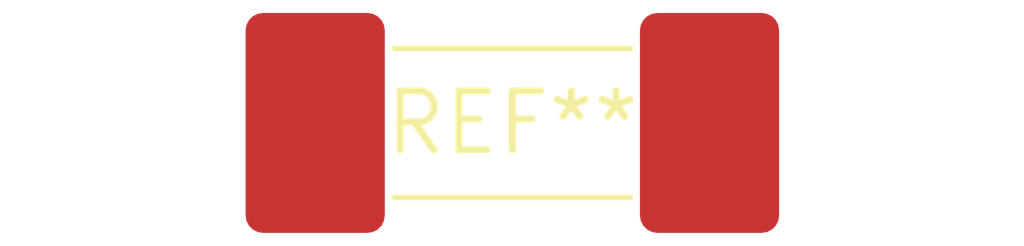
<source format=kicad_pcb>
(kicad_pcb (version 20240108) (generator pcbnew)
  (layers (0 "F.Cu" signal) (31 "B.Cu" signal) (34 "B.Paste" user) (35 "F.Paste" user) (36 "B.SilkS" user "B.Silkscreen") (37 "F.SilkS" user "F.Silkscreen") (38 "B.Mask" user) (39 "F.Mask" user) (44 "Edge.Cuts" user))
  (net 0 "")
  (footprint "Fuse_Schurter_UMZ250" (layer "F.Cu") (at 0 0)
    (property "Reference" "REF**")
    (property "Value" "Fuse_Schurter_UMZ250")
    (fp_line (start -2.55 -1.61) (end 2.55 -1.61) (layer "F.SilkS") (stroke (width 0.12)))
    (fp_line (start -2.55 1.61) (end 2.55 1.61) (layer "F.SilkS") (stroke (width 0.12)))
    (pad "1" smd roundrect (at -4.25 0) (size 3 4.75) (layers "F.Cu" "F.Paste" "F.Mask") (roundrect_rratio 0.125))
    (pad "2" smd roundrect (at 4.25 0) (size 3 4.75) (layers "F.Cu" "F.Paste" "F.Mask") (roundrect_rratio 0.125))
  )
)
</source>
